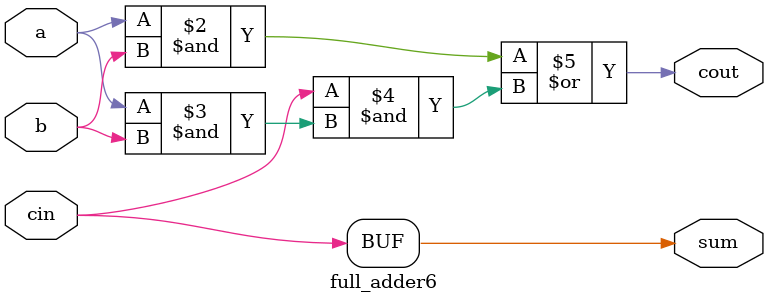
<source format=v>
module full_adder6(a,b,cin,sum,cout);
input a,b,cin;
output sum,cout;
assign sum = 1'b0^cin;
assign cout = a&b|cin&(a&b); 
// initial begin
//     $display("The incorrect adder with xor0 and xor1 having out/0 and in1/0");
// end   
endmodule
</source>
